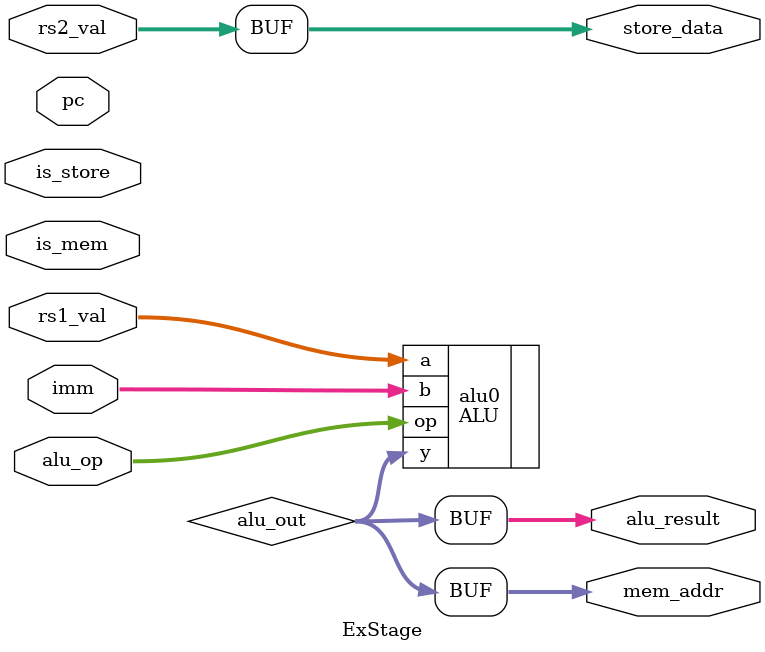
<source format=sv>
module ExStage (
    input  logic [31:0] pc,
    input  logic [31:0] rs1_val,
    input  logic [31:0] rs2_val,
    input  logic [31:0] imm,
    input  logic [3:0]  alu_op,
    input  logic        is_mem,
    input  logic        is_store,
    output logic [31:0] alu_result,
    output logic [31:0] store_data,
    output logic [31:0] mem_addr
);
    logic [31:0] alu_out;

    // ALU result
    ALU alu0 (
        .op(alu_op),
        .a(rs1_val),
        .b(imm),
        .y(alu_out)
    );

    assign alu_result = alu_out;
    assign mem_addr   = alu_out;
    assign store_data = rs2_val;
endmodule
</source>
